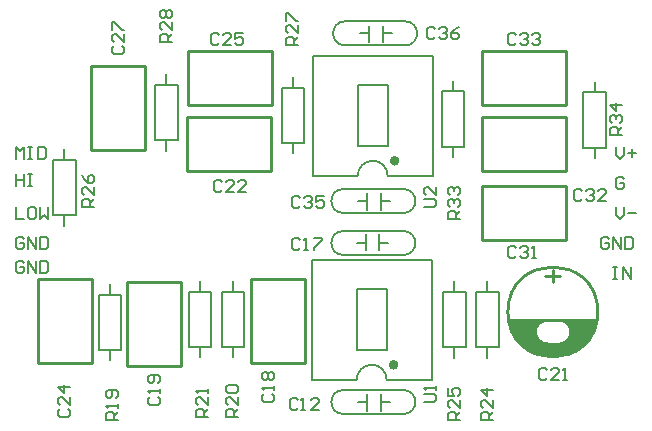
<source format=gto>
G04 Layer_Color=65535*
%FSLAX44Y44*%
%MOMM*%
G71*
G01*
G75*
%ADD23C,0.1778*%
%ADD24C,0.2540*%
%ADD25C,0.3810*%
%ADD26C,0.1270*%
G36*
X482219Y86360D02*
X479933Y77470D01*
X484759Y71120D01*
X494919Y69088D01*
X506349Y71374D01*
X510413Y76962D01*
Y82550D01*
X505079Y89662D01*
X532765D01*
X528447Y77978D01*
X519303Y66294D01*
X499745Y58420D01*
X480441Y60452D01*
X463169Y74676D01*
X457581Y89662D01*
X486537Y89916D01*
X482219Y86360D01*
D02*
G37*
D23*
X319000Y342560D02*
G03*
X319000Y322240I0J-10160D01*
G01*
X369800D02*
G03*
X369800Y342560I0J10160D01*
G01*
X317500Y200660D02*
G03*
X317500Y180340I0J-10160D01*
G01*
X368300D02*
G03*
X368300Y200660I0J10160D01*
G01*
Y144780D02*
G03*
X368300Y165100I0J10160D01*
G01*
X317500D02*
G03*
X317500Y144780I0J-10160D01*
G01*
Y30480D02*
G03*
X317500Y10160I0J-10160D01*
G01*
X368300D02*
G03*
X368300Y30480I0J10160D01*
G01*
X354228Y38744D02*
G03*
X328840Y38840I-12693J430D01*
G01*
X355088Y211504D02*
G03*
X329700Y211600I-12693J430D01*
G01*
X331700Y332400D02*
X339320D01*
X350750D02*
X358370D01*
X339320Y324780D02*
Y338750D01*
X350750Y324780D02*
Y338750D01*
X319000Y342560D02*
X369800D01*
X319000Y322240D02*
X369800D01*
X330200Y190500D02*
X337820D01*
X349250D02*
X356870D01*
X337820Y182880D02*
Y196850D01*
X349250Y182880D02*
Y196850D01*
X317500Y200660D02*
X368300D01*
X317500Y180340D02*
X368300D01*
X347980Y154940D02*
X355600D01*
X328930D02*
X336550D01*
X347980Y148590D02*
Y162560D01*
X336550Y148590D02*
Y162560D01*
X317500Y144780D02*
X368300D01*
X317500Y165100D02*
X368300D01*
X330200Y20320D02*
X337820D01*
X349250D02*
X356870D01*
X337820Y12700D02*
Y26670D01*
X349250Y12700D02*
Y26670D01*
X317500Y30480D02*
X368300D01*
X317500Y10160D02*
X368300D01*
X214508Y113698D02*
X233812D01*
X214508Y66708D02*
X233812D01*
X214508D02*
Y113698D01*
X224160Y58072D02*
Y66708D01*
X233812D02*
Y113698D01*
X224160D02*
Y122588D01*
X110368Y111158D02*
X129672D01*
X110368Y64168D02*
X129672D01*
X110368D02*
Y111158D01*
X120020Y55532D02*
Y64168D01*
X129672D02*
Y111158D01*
X120020D02*
Y120048D01*
X186568Y113698D02*
X205872D01*
X186568Y66708D02*
X205872D01*
X186568D02*
Y113698D01*
X196220Y58072D02*
Y66708D01*
X205872D02*
Y113698D01*
X196220D02*
Y122588D01*
X401828Y113538D02*
X421132D01*
X401828Y66548D02*
X421132D01*
X401828D02*
Y113538D01*
X411480Y57912D02*
Y66548D01*
X421132D02*
Y113538D01*
X411480D02*
Y122428D01*
X429768Y66802D02*
X449072D01*
X429768Y113792D02*
X449072D01*
Y66802D02*
Y113792D01*
X439420D02*
Y122428D01*
X429768Y66802D02*
Y113792D01*
X439420Y57912D02*
Y66802D01*
X71628Y225298D02*
X90932D01*
X71628Y178308D02*
X90932D01*
X71628D02*
Y225298D01*
X81280Y169672D02*
Y178308D01*
X90932D02*
Y225298D01*
X81280D02*
Y234188D01*
X265308Y286418D02*
X284612D01*
X265308Y239428D02*
X284612D01*
X265308D02*
Y286418D01*
X274960Y230792D02*
Y239428D01*
X284612D02*
Y286418D01*
X274960D02*
Y295308D01*
X157988Y288798D02*
X177292D01*
X157988Y241808D02*
X177292D01*
X157988D02*
Y288798D01*
X167640Y233172D02*
Y241808D01*
X177292D02*
Y288798D01*
X167640D02*
Y297688D01*
X400748Y283318D02*
X420052D01*
X400748Y236328D02*
X420052D01*
X400748D02*
Y283318D01*
X410400Y227692D02*
Y236328D01*
X420052D02*
Y283318D01*
X410400D02*
Y292208D01*
X520748Y235482D02*
X540052D01*
X520748Y282472D02*
X540052D01*
Y235482D02*
Y282472D01*
X530400D02*
Y291108D01*
X520748Y235482D02*
Y282472D01*
X530400Y226592D02*
Y235482D01*
X328840Y64494D02*
Y115548D01*
Y64494D02*
X354240D01*
Y115548D01*
X328840D02*
X354240D01*
X290740Y38840D02*
Y140440D01*
X392340D01*
Y38840D02*
Y140440D01*
X290740Y38840D02*
X328586D01*
X354240D02*
X392340D01*
X329700Y237254D02*
Y288308D01*
Y237254D02*
X355100D01*
Y288308D01*
X329700D02*
X355100D01*
X291600Y211600D02*
Y313200D01*
X393200D01*
Y211600D02*
Y313200D01*
X291600Y211600D02*
X329446D01*
X355100D02*
X393200D01*
D24*
X533019Y96520D02*
G03*
X533019Y96520I-38100J0D01*
G01*
X510179Y80007D02*
G03*
X501269Y89408I-9545J-124D01*
G01*
Y69596D02*
G03*
X510159Y80010I-762J9652D01*
G01*
X489331Y89408D02*
G03*
X480187Y79502I381J-9525D01*
G01*
X480187D02*
G03*
X489839Y69596I9779J-127D01*
G01*
X434840Y271540D02*
Y317260D01*
Y271540D02*
X505960D01*
Y317260D01*
X434840D02*
X505960D01*
X434980Y216060D02*
Y261780D01*
Y216060D02*
X506100D01*
Y261780D01*
X434980D02*
X506100D01*
Y157640D02*
Y203360D01*
X434980D02*
X506100D01*
X434980Y157640D02*
Y203360D01*
Y157640D02*
X506100D01*
X134620Y50800D02*
X180340D01*
Y121920D01*
X134620D02*
X180340D01*
X134620Y50800D02*
Y121920D01*
X239400Y124620D02*
X285120D01*
X239400Y53500D02*
Y124620D01*
Y53500D02*
X285120D01*
Y124620D01*
X104140Y304800D02*
X149860D01*
X104140Y233680D02*
Y304800D01*
Y233680D02*
X149860D01*
Y304800D01*
X257180Y271940D02*
Y317660D01*
X186060D02*
X257180D01*
X186060Y271940D02*
Y317660D01*
Y271940D02*
X257180D01*
X59060Y53500D02*
X104780D01*
Y124620D01*
X59060D02*
X104780D01*
X59060Y53500D02*
Y124620D01*
X256540Y215900D02*
Y261620D01*
X185420D02*
X256540D01*
X185420Y215900D02*
Y261620D01*
Y215900D02*
X256540D01*
X458343Y89662D02*
X532511D01*
X494919Y121920D02*
Y132080D01*
X488569Y127000D02*
X501269D01*
X488823Y89408D02*
X501269D01*
X488061Y69596D02*
X502031D01*
D25*
X362114Y51794D02*
G03*
X362114Y51794I-2032J0D01*
G01*
X362974Y224554D02*
G03*
X362974Y224554I-2032J0D01*
G01*
D26*
X395285Y335991D02*
X393618Y337657D01*
X390286D01*
X388620Y335991D01*
Y329326D01*
X390286Y327660D01*
X393618D01*
X395285Y329326D01*
X398617Y335991D02*
X400283Y337657D01*
X403615D01*
X405281Y335991D01*
Y334324D01*
X403615Y332658D01*
X401949D01*
X403615D01*
X405281Y330992D01*
Y329326D01*
X403615Y327660D01*
X400283D01*
X398617Y329326D01*
X415278Y337657D02*
X411946Y335991D01*
X408614Y332658D01*
Y329326D01*
X410280Y327660D01*
X413612D01*
X415278Y329326D01*
Y330992D01*
X413612Y332658D01*
X408614D01*
X280984Y193243D02*
X279318Y194909D01*
X275986D01*
X274320Y193243D01*
Y186578D01*
X275986Y184912D01*
X279318D01*
X280984Y186578D01*
X284317Y193243D02*
X285983Y194909D01*
X289315D01*
X290981Y193243D01*
Y191576D01*
X289315Y189910D01*
X287649D01*
X289315D01*
X290981Y188244D01*
Y186578D01*
X289315Y184912D01*
X285983D01*
X284317Y186578D01*
X300978Y194909D02*
X294314D01*
Y189910D01*
X297646Y191576D01*
X299312D01*
X300978Y189910D01*
Y186578D01*
X299312Y184912D01*
X295980D01*
X294314Y186578D01*
X553720Y246380D02*
X543723D01*
Y251378D01*
X545389Y253044D01*
X548722D01*
X550388Y251378D01*
Y246380D01*
Y249712D02*
X553720Y253044D01*
X545389Y256377D02*
X543723Y258043D01*
Y261375D01*
X545389Y263041D01*
X547056D01*
X548722Y261375D01*
Y259709D01*
Y261375D01*
X550388Y263041D01*
X552054D01*
X553720Y261375D01*
Y258043D01*
X552054Y256377D01*
X553720Y271372D02*
X543723D01*
X548722Y266374D01*
Y273038D01*
X416560Y175260D02*
X406563D01*
Y180258D01*
X408229Y181924D01*
X411562D01*
X413228Y180258D01*
Y175260D01*
Y178592D02*
X416560Y181924D01*
X408229Y185257D02*
X406563Y186923D01*
Y190255D01*
X408229Y191921D01*
X409896D01*
X411562Y190255D01*
Y188589D01*
Y190255D01*
X413228Y191921D01*
X414894D01*
X416560Y190255D01*
Y186923D01*
X414894Y185257D01*
X408229Y195254D02*
X406563Y196920D01*
Y200252D01*
X408229Y201918D01*
X409896D01*
X411562Y200252D01*
Y198586D01*
Y200252D01*
X413228Y201918D01*
X414894D01*
X416560Y200252D01*
Y196920D01*
X414894Y195254D01*
X172720Y325120D02*
X162723D01*
Y330118D01*
X164389Y331785D01*
X167722D01*
X169388Y330118D01*
Y325120D01*
Y328452D02*
X172720Y331785D01*
Y341781D02*
Y335117D01*
X166056Y341781D01*
X164389D01*
X162723Y340115D01*
Y336783D01*
X164389Y335117D01*
Y345114D02*
X162723Y346780D01*
Y350112D01*
X164389Y351778D01*
X166056D01*
X167722Y350112D01*
X169388Y351778D01*
X171054D01*
X172720Y350112D01*
Y346780D01*
X171054Y345114D01*
X169388D01*
X167722Y346780D01*
X166056Y345114D01*
X164389D01*
X167722Y346780D02*
Y350112D01*
X279400Y322580D02*
X269403D01*
Y327578D01*
X271069Y329244D01*
X274402D01*
X276068Y327578D01*
Y322580D01*
Y325912D02*
X279400Y329244D01*
Y339241D02*
Y332577D01*
X272736Y339241D01*
X271069D01*
X269403Y337575D01*
Y334243D01*
X271069Y332577D01*
X269403Y342574D02*
Y349238D01*
X271069D01*
X277734Y342574D01*
X279400D01*
X106680Y185420D02*
X96683D01*
Y190418D01*
X98349Y192085D01*
X101682D01*
X103348Y190418D01*
Y185420D01*
Y188752D02*
X106680Y192085D01*
Y202081D02*
Y195417D01*
X100015Y202081D01*
X98349D01*
X96683Y200415D01*
Y197083D01*
X98349Y195417D01*
X96683Y212078D02*
X98349Y208746D01*
X101682Y205414D01*
X105014D01*
X106680Y207080D01*
Y210412D01*
X105014Y212078D01*
X103348D01*
X101682Y210412D01*
Y205414D01*
X416560Y5080D02*
X406563D01*
Y10078D01*
X408229Y11745D01*
X411562D01*
X413228Y10078D01*
Y5080D01*
Y8412D02*
X416560Y11745D01*
Y21741D02*
Y15077D01*
X409896Y21741D01*
X408229D01*
X406563Y20075D01*
Y16743D01*
X408229Y15077D01*
X406563Y31738D02*
Y25074D01*
X411562D01*
X409896Y28406D01*
Y30072D01*
X411562Y31738D01*
X414894D01*
X416560Y30072D01*
Y26740D01*
X414894Y25074D01*
X444500Y5080D02*
X434503D01*
Y10078D01*
X436169Y11745D01*
X439502D01*
X441168Y10078D01*
Y5080D01*
Y8412D02*
X444500Y11745D01*
Y21741D02*
Y15077D01*
X437836Y21741D01*
X436169D01*
X434503Y20075D01*
Y16743D01*
X436169Y15077D01*
X444500Y30072D02*
X434503D01*
X439502Y25074D01*
Y31738D01*
X203200Y7620D02*
X193203D01*
Y12618D01*
X194869Y14284D01*
X198202D01*
X199868Y12618D01*
Y7620D01*
Y10952D02*
X203200Y14284D01*
Y24281D02*
Y17617D01*
X196535Y24281D01*
X194869D01*
X193203Y22615D01*
Y19283D01*
X194869Y17617D01*
X203200Y27614D02*
Y30946D01*
Y29280D01*
X193203D01*
X194869Y27614D01*
X228600Y7620D02*
X218603D01*
Y12618D01*
X220269Y14284D01*
X223602D01*
X225268Y12618D01*
Y7620D01*
Y10952D02*
X228600Y14284D01*
Y24281D02*
Y17617D01*
X221936Y24281D01*
X220269D01*
X218603Y22615D01*
Y19283D01*
X220269Y17617D01*
Y27614D02*
X218603Y29280D01*
Y32612D01*
X220269Y34278D01*
X226934D01*
X228600Y32612D01*
Y29280D01*
X226934Y27614D01*
X220269D01*
X127000Y5080D02*
X117003D01*
Y10078D01*
X118669Y11745D01*
X122002D01*
X123668Y10078D01*
Y5080D01*
Y8412D02*
X127000Y11745D01*
Y15077D02*
Y18409D01*
Y16743D01*
X117003D01*
X118669Y15077D01*
X125334Y23407D02*
X127000Y25074D01*
Y28406D01*
X125334Y30072D01*
X118669D01*
X117003Y28406D01*
Y25074D01*
X118669Y23407D01*
X120336D01*
X122002Y25074D01*
Y30072D01*
X463865Y330911D02*
X462198Y332577D01*
X458866D01*
X457200Y330911D01*
Y324246D01*
X458866Y322580D01*
X462198D01*
X463865Y324246D01*
X467197Y330911D02*
X468863Y332577D01*
X472195D01*
X473861Y330911D01*
Y329244D01*
X472195Y327578D01*
X470529D01*
X472195D01*
X473861Y325912D01*
Y324246D01*
X472195Y322580D01*
X468863D01*
X467197Y324246D01*
X477194Y330911D02*
X478860Y332577D01*
X482192D01*
X483858Y330911D01*
Y329244D01*
X482192Y327578D01*
X480526D01*
X482192D01*
X483858Y325912D01*
Y324246D01*
X482192Y322580D01*
X478860D01*
X477194Y324246D01*
X519744Y198831D02*
X518078Y200497D01*
X514746D01*
X513080Y198831D01*
Y192166D01*
X514746Y190500D01*
X518078D01*
X519744Y192166D01*
X523077Y198831D02*
X524743Y200497D01*
X528075D01*
X529741Y198831D01*
Y197164D01*
X528075Y195498D01*
X526409D01*
X528075D01*
X529741Y193832D01*
Y192166D01*
X528075Y190500D01*
X524743D01*
X523077Y192166D01*
X539738Y190500D02*
X533074D01*
X539738Y197164D01*
Y198831D01*
X538072Y200497D01*
X534740D01*
X533074Y198831D01*
X463865Y150571D02*
X462198Y152237D01*
X458866D01*
X457200Y150571D01*
Y143906D01*
X458866Y142240D01*
X462198D01*
X463865Y143906D01*
X467197Y150571D02*
X468863Y152237D01*
X472195D01*
X473861Y150571D01*
Y148904D01*
X472195Y147238D01*
X470529D01*
X472195D01*
X473861Y145572D01*
Y143906D01*
X472195Y142240D01*
X468863D01*
X467197Y143906D01*
X477194Y142240D02*
X480526D01*
X478860D01*
Y152237D01*
X477194Y150571D01*
X123749Y321624D02*
X122083Y319958D01*
Y316626D01*
X123749Y314960D01*
X130414D01*
X132080Y316626D01*
Y319958D01*
X130414Y321624D01*
X132080Y331621D02*
Y324957D01*
X125415Y331621D01*
X123749D01*
X122083Y329955D01*
Y326623D01*
X123749Y324957D01*
X122083Y334954D02*
Y341618D01*
X123749D01*
X130414Y334954D01*
X132080D01*
X212404Y330911D02*
X210738Y332577D01*
X207406D01*
X205740Y330911D01*
Y324246D01*
X207406Y322580D01*
X210738D01*
X212404Y324246D01*
X222401Y322580D02*
X215737D01*
X222401Y329244D01*
Y330911D01*
X220735Y332577D01*
X217403D01*
X215737Y330911D01*
X232398Y332577D02*
X225734D01*
Y327578D01*
X229066Y329244D01*
X230732D01*
X232398Y327578D01*
Y324246D01*
X230732Y322580D01*
X227400D01*
X225734Y324246D01*
X78029Y14284D02*
X76363Y12618D01*
Y9286D01*
X78029Y7620D01*
X84694D01*
X86360Y9286D01*
Y12618D01*
X84694Y14284D01*
X86360Y24281D02*
Y17617D01*
X79696Y24281D01*
X78029D01*
X76363Y22615D01*
Y19283D01*
X78029Y17617D01*
X86360Y32612D02*
X76363D01*
X81362Y27614D01*
Y34278D01*
X214944Y206451D02*
X213278Y208117D01*
X209946D01*
X208280Y206451D01*
Y199786D01*
X209946Y198120D01*
X213278D01*
X214944Y199786D01*
X224941Y198120D02*
X218277D01*
X224941Y204785D01*
Y206451D01*
X223275Y208117D01*
X219943D01*
X218277Y206451D01*
X234938Y198120D02*
X228274D01*
X234938Y204785D01*
Y206451D01*
X233272Y208117D01*
X229940D01*
X228274Y206451D01*
X490280Y47193D02*
X488614Y48859D01*
X485282D01*
X483616Y47193D01*
Y40528D01*
X485282Y38862D01*
X488614D01*
X490280Y40528D01*
X500277Y38862D02*
X493613D01*
X500277Y45526D01*
Y47193D01*
X498611Y48859D01*
X495279D01*
X493613Y47193D01*
X503610Y38862D02*
X506942D01*
X505276D01*
Y48859D01*
X503610Y47193D01*
X154229Y24444D02*
X152563Y22778D01*
Y19446D01*
X154229Y17780D01*
X160894D01*
X162560Y19446D01*
Y22778D01*
X160894Y24444D01*
X162560Y27777D02*
Y31109D01*
Y29443D01*
X152563D01*
X154229Y27777D01*
X160894Y36107D02*
X162560Y37774D01*
Y41106D01*
X160894Y42772D01*
X154229D01*
X152563Y41106D01*
Y37774D01*
X154229Y36107D01*
X155896D01*
X157562Y37774D01*
Y42772D01*
X250749Y26985D02*
X249083Y25318D01*
Y21986D01*
X250749Y20320D01*
X257414D01*
X259080Y21986D01*
Y25318D01*
X257414Y26985D01*
X259080Y30317D02*
Y33649D01*
Y31983D01*
X249083D01*
X250749Y30317D01*
Y38647D02*
X249083Y40314D01*
Y43646D01*
X250749Y45312D01*
X252416D01*
X254082Y43646D01*
X255748Y45312D01*
X257414D01*
X259080Y43646D01*
Y40314D01*
X257414Y38647D01*
X255748D01*
X254082Y40314D01*
X252416Y38647D01*
X250749D01*
X254082Y40314D02*
Y43646D01*
X386243Y185420D02*
X394574D01*
X396240Y187086D01*
Y190418D01*
X394574Y192085D01*
X386243D01*
X396240Y202081D02*
Y195417D01*
X389576Y202081D01*
X387909D01*
X386243Y200415D01*
Y197083D01*
X387909Y195417D01*
X386243Y20320D02*
X394574D01*
X396240Y21986D01*
Y25318D01*
X394574Y26985D01*
X386243D01*
X396240Y30317D02*
Y33649D01*
Y31983D01*
X386243D01*
X387909Y30317D01*
X280984Y157175D02*
X279318Y158841D01*
X275986D01*
X274320Y157175D01*
Y150510D01*
X275986Y148844D01*
X279318D01*
X280984Y150510D01*
X284317Y148844D02*
X287649D01*
X285983D01*
Y158841D01*
X284317Y157175D01*
X292647Y158841D02*
X299312D01*
Y157175D01*
X292647Y150510D01*
Y148844D01*
X278745Y22231D02*
X277078Y23897D01*
X273746D01*
X272080Y22231D01*
Y15566D01*
X273746Y13900D01*
X277078D01*
X278745Y15566D01*
X282077Y13900D02*
X285409D01*
X283743D01*
Y23897D01*
X282077Y22231D01*
X297072Y13900D02*
X290407D01*
X297072Y20564D01*
Y22231D01*
X295406Y23897D01*
X292074D01*
X290407Y22231D01*
X40640Y226060D02*
Y236057D01*
X43972Y232724D01*
X47305Y236057D01*
Y226060D01*
X50637Y236057D02*
X53969D01*
X52303D01*
Y226060D01*
X50637D01*
X53969D01*
X58967Y236057D02*
Y226060D01*
X63966D01*
X65632Y227726D01*
Y234391D01*
X63966Y236057D01*
X58967D01*
X40640Y213197D02*
Y203200D01*
Y208198D01*
X47305D01*
Y213197D01*
Y203200D01*
X50637Y213197D02*
X53969D01*
X52303D01*
Y203200D01*
X50637D01*
X53969D01*
X40640Y185257D02*
Y175260D01*
X47305D01*
X55635Y185257D02*
X52303D01*
X50637Y183591D01*
Y176926D01*
X52303Y175260D01*
X55635D01*
X57301Y176926D01*
Y183591D01*
X55635Y185257D01*
X60634D02*
Y175260D01*
X63966Y178592D01*
X67298Y175260D01*
Y185257D01*
X47305Y158191D02*
X45638Y159857D01*
X42306D01*
X40640Y158191D01*
Y151526D01*
X42306Y149860D01*
X45638D01*
X47305Y151526D01*
Y154858D01*
X43972D01*
X50637Y149860D02*
Y159857D01*
X57301Y149860D01*
Y159857D01*
X60634D02*
Y149860D01*
X65632D01*
X67298Y151526D01*
Y158191D01*
X65632Y159857D01*
X60634D01*
X47305Y137871D02*
X45638Y139537D01*
X42306D01*
X40640Y137871D01*
Y131206D01*
X42306Y129540D01*
X45638D01*
X47305Y131206D01*
Y134538D01*
X43972D01*
X50637Y129540D02*
Y139537D01*
X57301Y129540D01*
Y139537D01*
X60634D02*
Y129540D01*
X65632D01*
X67298Y131206D01*
Y137871D01*
X65632Y139537D01*
X60634D01*
X548640Y236057D02*
Y229392D01*
X551972Y226060D01*
X555304Y229392D01*
Y236057D01*
X558637Y231058D02*
X565301D01*
X561969Y234391D02*
Y227726D01*
X555304Y208991D02*
X553638Y210657D01*
X550306D01*
X548640Y208991D01*
Y202326D01*
X550306Y200660D01*
X553638D01*
X555304Y202326D01*
Y205658D01*
X551972D01*
X548640Y185257D02*
Y178592D01*
X551972Y175260D01*
X555304Y178592D01*
Y185257D01*
X558637Y180258D02*
X565301D01*
X542604Y158191D02*
X540938Y159857D01*
X537606D01*
X535940Y158191D01*
Y151526D01*
X537606Y149860D01*
X540938D01*
X542604Y151526D01*
Y154858D01*
X539272D01*
X545937Y149860D02*
Y159857D01*
X552601Y149860D01*
Y159857D01*
X555934D02*
Y149860D01*
X560932D01*
X562598Y151526D01*
Y158191D01*
X560932Y159857D01*
X555934D01*
X546100Y134457D02*
X549432D01*
X547766D01*
Y124460D01*
X546100D01*
X549432D01*
X554431D02*
Y134457D01*
X561095Y124460D01*
Y134457D01*
M02*

</source>
